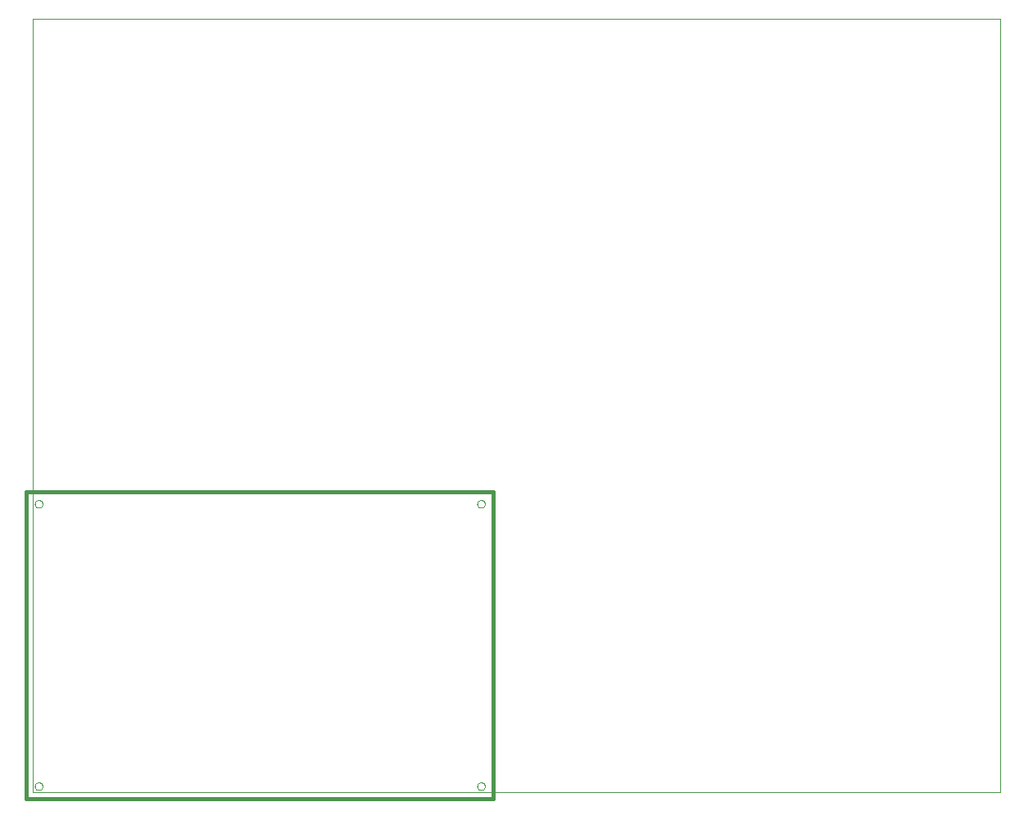
<source format=gbp>
G75*
G70*
%OFA0B0*%
%FSLAX24Y24*%
%IPPOS*%
%LPD*%
%AMOC8*
5,1,8,0,0,1.08239X$1,22.5*
%
%ADD10C,0.0000*%
%ADD11C,0.0160*%
D10*
X000430Y000430D02*
X000430Y031926D01*
X039800Y031926D01*
X039800Y000430D01*
X000430Y000430D01*
X000523Y000680D02*
X000525Y000705D01*
X000531Y000729D01*
X000540Y000751D01*
X000553Y000772D01*
X000569Y000791D01*
X000588Y000807D01*
X000609Y000820D01*
X000631Y000829D01*
X000655Y000835D01*
X000680Y000837D01*
X000705Y000835D01*
X000729Y000829D01*
X000751Y000820D01*
X000772Y000807D01*
X000791Y000791D01*
X000807Y000772D01*
X000820Y000751D01*
X000829Y000729D01*
X000835Y000705D01*
X000837Y000680D01*
X000835Y000655D01*
X000829Y000631D01*
X000820Y000609D01*
X000807Y000588D01*
X000791Y000569D01*
X000772Y000553D01*
X000751Y000540D01*
X000729Y000531D01*
X000705Y000525D01*
X000680Y000523D01*
X000655Y000525D01*
X000631Y000531D01*
X000609Y000540D01*
X000588Y000553D01*
X000569Y000569D01*
X000553Y000588D01*
X000540Y000609D01*
X000531Y000631D01*
X000525Y000655D01*
X000523Y000680D01*
X000523Y012180D02*
X000525Y012205D01*
X000531Y012229D01*
X000540Y012251D01*
X000553Y012272D01*
X000569Y012291D01*
X000588Y012307D01*
X000609Y012320D01*
X000631Y012329D01*
X000655Y012335D01*
X000680Y012337D01*
X000705Y012335D01*
X000729Y012329D01*
X000751Y012320D01*
X000772Y012307D01*
X000791Y012291D01*
X000807Y012272D01*
X000820Y012251D01*
X000829Y012229D01*
X000835Y012205D01*
X000837Y012180D01*
X000835Y012155D01*
X000829Y012131D01*
X000820Y012109D01*
X000807Y012088D01*
X000791Y012069D01*
X000772Y012053D01*
X000751Y012040D01*
X000729Y012031D01*
X000705Y012025D01*
X000680Y012023D01*
X000655Y012025D01*
X000631Y012031D01*
X000609Y012040D01*
X000588Y012053D01*
X000569Y012069D01*
X000553Y012088D01*
X000540Y012109D01*
X000531Y012131D01*
X000525Y012155D01*
X000523Y012180D01*
X018523Y012180D02*
X018525Y012205D01*
X018531Y012229D01*
X018540Y012251D01*
X018553Y012272D01*
X018569Y012291D01*
X018588Y012307D01*
X018609Y012320D01*
X018631Y012329D01*
X018655Y012335D01*
X018680Y012337D01*
X018705Y012335D01*
X018729Y012329D01*
X018751Y012320D01*
X018772Y012307D01*
X018791Y012291D01*
X018807Y012272D01*
X018820Y012251D01*
X018829Y012229D01*
X018835Y012205D01*
X018837Y012180D01*
X018835Y012155D01*
X018829Y012131D01*
X018820Y012109D01*
X018807Y012088D01*
X018791Y012069D01*
X018772Y012053D01*
X018751Y012040D01*
X018729Y012031D01*
X018705Y012025D01*
X018680Y012023D01*
X018655Y012025D01*
X018631Y012031D01*
X018609Y012040D01*
X018588Y012053D01*
X018569Y012069D01*
X018553Y012088D01*
X018540Y012109D01*
X018531Y012131D01*
X018525Y012155D01*
X018523Y012180D01*
X018523Y000680D02*
X018525Y000705D01*
X018531Y000729D01*
X018540Y000751D01*
X018553Y000772D01*
X018569Y000791D01*
X018588Y000807D01*
X018609Y000820D01*
X018631Y000829D01*
X018655Y000835D01*
X018680Y000837D01*
X018705Y000835D01*
X018729Y000829D01*
X018751Y000820D01*
X018772Y000807D01*
X018791Y000791D01*
X018807Y000772D01*
X018820Y000751D01*
X018829Y000729D01*
X018835Y000705D01*
X018837Y000680D01*
X018835Y000655D01*
X018829Y000631D01*
X018820Y000609D01*
X018807Y000588D01*
X018791Y000569D01*
X018772Y000553D01*
X018751Y000540D01*
X018729Y000531D01*
X018705Y000525D01*
X018680Y000523D01*
X018655Y000525D01*
X018631Y000531D01*
X018609Y000540D01*
X018588Y000553D01*
X018569Y000569D01*
X018553Y000588D01*
X018540Y000609D01*
X018531Y000631D01*
X018525Y000655D01*
X018523Y000680D01*
D11*
X019180Y000180D02*
X000180Y000180D01*
X000180Y012680D01*
X019180Y012680D01*
X019180Y000180D01*
M02*

</source>
